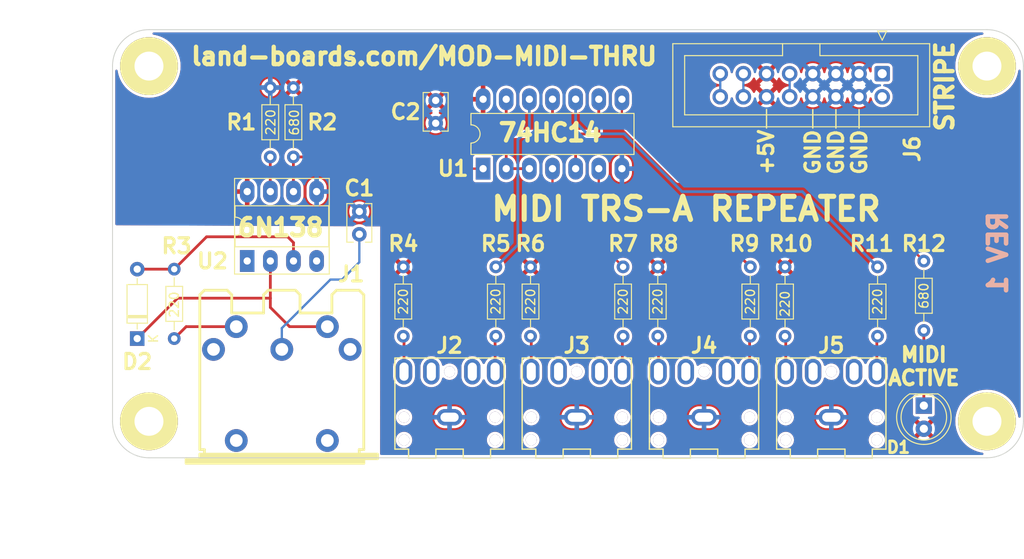
<source format=kicad_pcb>
(kicad_pcb (version 20211014) (generator pcbnew)
  (title_block (title "MOD-MIDI-THRU") (date "2022-10-06") (rev "1"))
  (layers (0 "F.Cu" signal) (31 "B.Cu" signal) (34 "B.Paste" user) (35 "F.Paste" user) (36 "B.SilkS" user "B.Silkscreen") (37 "F.SilkS" user "F.Silkscreen") (38 "B.Mask" user) (39 "F.Mask" user) (44 "Edge.Cuts" user))
  (net 0 "")
  (net 1 "GND")
  (net 2 "+5V")
  (net 3 "/MIDI_RTN")
  (net 4 "Net-(D2-Pad2)")
  (net 5 "/MIDI_1_PWR")
  (net 6 "/MIDI_1_OUT")
  (net 9 "/MIDI_2_PWR")
  (net 10 "Net-(R1-Pad1)")
  (net 11 "/MIDI_IN")
  (net 12 "/RXD")
  (net 13 "Net-(D1-Pad1)")
  (net 15 "Net-(C1-Pad1)")
  (net 17 "/MIDI_2_OUT")
  (net 18 "/MIDI_3_PWR")
  (net 19 "/MIDI_3_OUT")
  (net 20 "/MIDI_4_PWR")
  (net 21 "Net-(R5-Pad1)")
  (net 22 "Net-(R7-Pad1)")
  (net 23 "/MIDI_4_OUT")
  (net 24 "Net-(U1-Pad11)")
  (net 25 "Net-(R9-Pad1)")
  (net 26 "Net-(R11-Pad1)")
  (net 27 "Net-(R12-Pad1)")
  (net 30 "+12V")
  (net 31 "/CV_OUT")
  (net 32 "/GATE_OUT")
  (footprint "Resistor_THT:R_Axial_DIN0204_L3.6mm_D1.6mm_P7.62mm_Horizontal" (layer "F.Cu") (at 149.86 66.04 -90)
    (fp_text reference "R8" (at -2.54 -0.635 180) (layer "F.SilkS") (effects (font (size 1.651 1.651) (thickness 0.34925))))
    (fp_text value "220" (at 3.81 0 90) (layer "F.SilkS"))
    (fp_line (start 1.89 0.92) (end 5.73 0.92) (layer "F.SilkS") (width 0.12))
    (fp_line (start 1.89 -0.92) (end 1.89 0.92) (layer "F.SilkS") (width 0.12))
    (fp_line (start 5.73 0.92) (end 5.73 -0.92) (layer "F.SilkS") (width 0.12))
    (fp_line (start 6.68 0) (end 5.73 0) (layer "F.SilkS") (width 0.12))
    (fp_line (start 0.94 0) (end 1.89 0) (layer "F.SilkS") (width 0.12))
    (fp_line (start 5.73 -0.92) (end 1.89 -0.92) (layer "F.SilkS") (width 0.12))
    (pad "1" thru_hole circle (at 0 0 270) (size 1.4 1.4) (drill 0.7) (layers *.Cu *.Mask) (net 2 "+5V"))
    (pad "2" thru_hole oval (at 7.62 0 270) (size 1.4 1.4) (drill 0.7) (layers *.Cu *.Mask) (net 18 "/MIDI_3_PWR"))
  )
  (footprint "LandBoards_MountHoles:MTG-4-40" (layer "F.Cu") (at 94 83)
    (fp_text reference "MTG1" hide)
    (fp_text value "MountingHole" hide)
    (pad "1" thru_hole circle locked (at 0 0) (size 6.35 6.35) (drill 3.175) (layers *.Cu *.Mask "F.SilkS"))
  )
  (footprint "Resistor_THT:R_Axial_DIN0204_L3.6mm_D1.6mm_P7.62mm_Horizontal" (layer "F.Cu") (at 135.89 66.04 -90)
    (fp_text reference "R6" (at -2.54 0 180) (layer "F.SilkS") (effects (font (size 1.651 1.651) (thickness 0.34925))))
    (fp_text value "220" (at 3.81 0 90) (layer "F.SilkS"))
    (fp_line (start 1.89 -0.92) (end 1.89 0.92) (layer "F.SilkS") (width 0.12))
    (fp_line (start 0.94 0) (end 1.89 0) (layer "F.SilkS") (width 0.12))
    (fp_line (start 6.68 0) (end 5.73 0) (layer "F.SilkS") (width 0.12))
    (fp_line (start 5.73 0.92) (end 5.73 -0.92) (layer "F.SilkS") (width 0.12))
    (fp_line (start 5.73 -0.92) (end 1.89 -0.92) (layer "F.SilkS") (width 0.12))
    (fp_line (start 1.89 0.92) (end 5.73 0.92) (layer "F.SilkS") (width 0.12))
    (pad "1" thru_hole circle (at 0 0 270) (size 1.4 1.4) (drill 0.7) (layers *.Cu *.Mask) (net 2 "+5V"))
    (pad "2" thru_hole oval (at 7.62 0 270) (size 1.4 1.4) (drill 0.7) (layers *.Cu *.Mask) (net 9 "/MIDI_2_PWR"))
  )
  (footprint "LandBoards_Conns:Jack_3.5mm_CUI_SJ1-3523N_Horizontal" (layer "F.Cu") (at 168.91 82.55 180)
    (fp_text reference "J5" (at 0 7.874) (layer "F.SilkS") (effects (font (size 1.651 1.651) (thickness 0.34925))))
    (fp_text value "AudioJack3" hide)
    (fp_line (start -1.5 -4.5) (end -1.5 -3.5) (layer "F.SilkS") (width 0.15))
    (fp_line (start -4.5 -4.5) (end -1.5 -4.5) (layer "F.SilkS") (width 0.15))
    (fp_line (start 4.5 -4.5) (end 1.5 -4.5) (layer "F.SilkS") (width 0.15))
    (fp_line (start -6 6.5) (end 6 6.5) (layer "F.SilkS") (width 0.15))
    (fp_line (start 1.5 -4.5) (end 1.5 -3.5) (layer "F.SilkS") (width 0.15))
    (fp_line (start -1.5 -3.5) (end 1.5 -3.5) (layer "F.SilkS") (width 0.15))
    (fp_line (start -4.5 -3.5) (end -4.5 -4.5) (layer "F.SilkS") (width 0.15))
    (fp_line (start -4.5 -3.5) (end -6 -3.5) (layer "F.SilkS") (width 0.15))
    (fp_line (start 6 6.5) (end 6 -3.5) (layer "F.SilkS") (width 0.15))
    (fp_line (start 4.5 -3.5) (end 4.5 -4.5) (layer "F.SilkS") (width 0.15))
    (fp_line (start -6 6.5) (end -6 -3.5) (layer "F.SilkS") (width 0.15))
    (fp_line (start 4.5 -3.5) (end 6 -3.5) (layer "F.SilkS") (width 0.15))
    (pad "90" thru_hole circle (at -5 0 180) (size 1.2 1.2) (drill 1.2) (layers *.Cu *.Mask))
    (pad "90" thru_hole circle (at 5 -2.5 180) (size 1.2 1.2) (drill 1.2) (layers *.Cu *.Mask))
    (pad "90" thru_hole circle (at -5 -2.5 180) (size 1.2 1.2) (drill 1.2) (layers *.Cu *.Mask))
    (pad "90" thru_hole circle (at 0 5 180) (size 1.2 1.2) (drill 1.2) (layers *.Cu *.Mask))
    (pad "90" thru_hole circle (at 5 0 180) (size 1.2 1.2) (drill 1.2) (layers *.Cu *.Mask))
    (pad "R" thru_hole oval (at 5 5 270) (size 2.8 1.8) (drill oval 2 1) (layers *.Cu *.Mask) (net 20 "/MIDI_4_PWR"))
    (pad "RN" thru_hole oval (at 2 5 270) (size 2.8 1.8) (drill oval 2 1) (layers *.Cu *.Mask))
    (pad "S" thru_hole oval (at 0 0 180) (size 2.8 1.8) (drill oval 2 1) (layers *.Cu *.Mask) (net 1 "GND"))
    (pad "T" thru_hole oval (at -5 5 270) (size 2.8 1.8) (drill oval 2 1) (layers *.Cu *.Mask) (net 23 "/MIDI_4_OUT"))
    (pad "TN" thru_hole oval (at -2.5 5 270) (size 2.8 1.8) (drill oval 2 1) (layers *.Cu *.Mask))
  )
  (footprint "Resistor_THT:R_Axial_DIN0204_L3.6mm_D1.6mm_P7.62mm_Horizontal" (layer "F.Cu") (at 146.05 66.04 -90)
    (fp_text reference "R7" (at -2.54 0 -180) (layer "F.SilkS") (effects (font (size 1.651 1.651) (thickness 0.34925))))
    (fp_text value "220" (at 3.81 0 -270) (layer "F.SilkS"))
    (fp_line (start 5.73 -0.92) (end 1.89 -0.92) (layer "F.SilkS") (width 0.12))
    (fp_line (start 1.89 0.92) (end 5.73 0.92) (layer "F.SilkS") (width 0.12))
    (fp_line (start 0.94 0) (end 1.89 0) (layer "F.SilkS") (width 0.12))
    (fp_line (start 5.73 0.92) (end 5.73 -0.92) (layer "F.SilkS") (width 0.12))
    (fp_line (start 6.68 0) (end 5.73 0) (layer "F.SilkS") (width 0.12))
    (fp_line (start 1.89 -0.92) (end 1.89 0.92) (layer "F.SilkS") (width 0.12))
    (pad "1" thru_hole circle (at 0 0 270) (size 1.4 1.4) (drill 0.7) (layers *.Cu *.Mask) (net 22 "Net-(R7-Pad1)"))
    (pad "2" thru_hole oval (at 7.62 0 270) (size 1.4 1.4) (drill 0.7) (layers *.Cu *.Mask) (net 17 "/MIDI_2_OUT"))
  )
  (footprint "LandBoards_Conns:Jack_3.5mm_CUI_SJ1-3523N_Horizontal" (layer "F.Cu") (at 154.94 82.55 180)
    (fp_text reference "J4" (at 0 7.874) (layer "F.SilkS") (effects (font (size 1.651 1.651) (thickness 0.34925))))
    (fp_text value "AudioJack3" hide)
    (fp_line (start 4.5 -3.5) (end 6 -3.5) (layer "F.SilkS") (width 0.15))
    (fp_line (start -4.5 -4.5) (end -1.5 -4.5) (layer "F.SilkS") (width 0.15))
    (fp_line (start -4.5 -3.5) (end -4.5 -4.5) (layer "F.SilkS") (width 0.15))
    (fp_line (start -4.5 -3.5) (end -6 -3.5) (layer "F.SilkS") (width 0.15))
    (fp_line (start 4.5 -3.5) (end 4.5 -4.5) (layer "F.SilkS") (width 0.15))
    (fp_line (start 6 6.5) (end 6 -3.5) (layer "F.SilkS") (width 0.15))
    (fp_line (start 1.5 -4.5) (end 1.5 -3.5) (layer "F.SilkS") (width 0.15))
    (fp_line (start -6 6.5) (end 6 6.5) (layer "F.SilkS") (width 0.15))
    (fp_line (start -6 6.5) (end -6 -3.5) (layer "F.SilkS") (width 0.15))
    (fp_line (start 4.5 -4.5) (end 1.5 -4.5) (layer "F.SilkS") (width 0.15))
    (fp_line (start -1.5 -4.5) (end -1.5 -3.5) (layer "F.SilkS") (width 0.15))
    (fp_line (start -1.5 -3.5) (end 1.5 -3.5) (layer "F.SilkS") (width 0.15))
    (pad "90" thru_hole circle (at -5 0 180) (size 1.2 1.2) (drill 1.2) (layers *.Cu *.Mask))
    (pad "90" thru_hole circle (at 0 5 180) (size 1.2 1.2) (drill 1.2) (layers *.Cu *.Mask))
    (pad "90" thru_hole circle (at 5 -2.5 180) (size 1.2 1.2) (drill 1.2) (layers *.Cu *.Mask))
    (pad "90" thru_hole circle (at -5 -2.5 180) (size 1.2 1.2) (drill 1.2) (layers *.Cu *.Mask))
    (pad "90" thru_hole circle (at 5 0 180) (size 1.2 1.2) (drill 1.2) (layers *.Cu *.Mask))
    (pad "R" thru_hole oval (at 5 5 270) (size 2.8 1.8) (drill oval 2 1) (layers *.Cu *.Mask) (net 18 "/MIDI_3_PWR"))
    (pad "RN" thru_hole oval (at 2 5 270) (size 2.8 1.8) (drill oval 2 1) (layers *.Cu *.Mask))
    (pad "S" thru_hole oval (at 0 0 180) (size 2.8 1.8) (drill oval 2 1) (layers *.Cu *.Mask) (net 1 "GND"))
    (pad "T" thru_hole oval (at -5 5 270) (size 2.8 1.8) (drill oval 2 1) (layers *.Cu *.Mask) (net 19 "/MIDI_3_OUT"))
    (pad "TN" thru_hole oval (at -2.5 5 270) (size 2.8 1.8) (drill oval 2 1) (layers *.Cu *.Mask))
  )
  (footprint "Resistor_THT:R_Axial_DIN0204_L3.6mm_D1.6mm_P7.62mm_Horizontal" (layer "F.Cu") (at 121.92 66.04 -90)
    (fp_text reference "R4" (at -2.54 0 180) (layer "F.SilkS") (effects (font (size 1.651 1.651) (thickness 0.34925))))
    (fp_text value "220" (at 3.81 0 90) (layer "F.SilkS"))
    (fp_line (start 0.94 0) (end 1.89 0) (layer "F.SilkS") (width 0.12))
    (fp_line (start 1.89 0.92) (end 5.73 0.92) (layer "F.SilkS") (width 0.12))
    (fp_line (start 5.73 -0.92) (end 1.89 -0.92) (layer "F.SilkS") (width 0.12))
    (fp_line (start 1.89 -0.92) (end 1.89 0.92) (layer "F.SilkS") (width 0.12))
    (fp_line (start 5.73 0.92) (end 5.73 -0.92) (layer "F.SilkS") (width 0.12))
    (fp_line (start 6.68 0) (end 5.73 0) (layer "F.SilkS") (width 0.12))
    (pad "1" thru_hole circle (at 0 0 270) (size 1.4 1.4) (drill 0.7) (layers *.Cu *.Mask) (net 2 "+5V"))
    (pad "2" thru_hole oval (at 7.62 0 270) (size 1.4 1.4) (drill 0.7) (layers *.Cu *.Mask) (net 5 "/MIDI_1_PWR"))
  )
  (footprint "Package_DIP:DIP-14_W7.62mm_LongPads" (layer "F.Cu") (at 130.6805 55.26 90)
    (fp_text reference "U1" (at 0.015 -3.297) (layer "F.SilkS") (effects (font (size 1.651 1.651) (thickness 0.34925))))
    (fp_text value "74HC14")
    (fp_line (start 6.06 -1.33) (end 4.81 -1.33) (layer "F.SilkS") (width 0.12))
    (fp_line (start 2.81 -1.33) (end 1.56 -1.33) (layer "F.SilkS") (width 0.12))
    (fp_line (start 1.56 16.57) (end 6.06 16.57) (layer "F.SilkS") (width 0.12))
    (fp_line (start 6.06 16.57) (end 6.06 -1.33) (layer "F.SilkS") (width 0.12))
    (fp_line (start 1.56 -1.33) (end 1.56 16.57) (layer "F.SilkS") (width 0.12))
    (fp_arc (start 4.81 -1.33) (mid 3.81 -0.33) (end 2.81 -1.33) (layer "F.SilkS") (width 0.12))
    (pad "1" thru_hole rect (at 0 0 90) (size 2.4 1.6) (drill 0.8) (layers *.Cu *.Mask) (net 12 "/RXD"))
    (pad "2" thru_hole oval (at 0 2.54 90) (size 2.4 1.6) (drill 0.8) (layers *.Cu *.Mask) (net 24 "Net-(U1-Pad11)"))
    (pad "3" thru_hole oval (at 0 5.08 90) (size 2.4 1.6) (drill 0.8) (layers *.Cu *.Mask) (net 24 "Net-(U1-Pad11)"))
    (pad "4" thru_hole oval (at 0 7.62 90) (size 2.4 1.6) (drill 0.8) (layers *.Cu *.Mask) (net 22 "Net-(R7-Pad1)"))
    (pad "5" thru_hole oval (at 0 10.16 90) (size 2.4 1.6) (drill 0.8) (layers *.Cu *.Mask) (net 24 "Net-(U1-Pad11)"))
    (pad "6" thru_hole oval (at 0 12.7 90) (size 2.4 1.6) (drill 0.8) (layers *.Cu *.Mask) (net 25 "Net-(R9-Pad1)"))
    (pad "7" thru_hole oval (at 0 15.24 90) (size 2.4 1.6) (drill 0.8) (layers *.Cu *.Mask) (net 1 "GND"))
    (pad "8" thru_hole oval (at 7.62 15.24 90) (size 2.4 1.6) (drill 0.8) (layers *.Cu *.Mask) (net 27 "Net-(R12-Pad1)"))
    (pad "9" thru_hole oval (at 7.62 12.7 90) (size 2.4 1.6) (drill 0.8) (layers *.Cu *.Mask) (net 24 "Net-(U1-Pad11)"))
    (pad "10" thru_hole oval (at 7.62 10.16 90) (size 2.4 1.6) (drill 0.8) (layers *.Cu *.Mask) (net 26 "Net-(R11-Pad1)"))
    (pad "11" thru_hole oval (at 7.62 7.62 90) (size 2.4 1.6) (drill 0.8) (layers *.Cu *.Mask) (net 24 "Net-(U1-Pad11)"))
    (pad "12" thru_hole oval (at 7.62 5.08 90) (size 2.4 1.6) (drill 0.8) (layers *.Cu *.Mask) (net 21 "Net-(R5-Pad1)"))
    (pad "13" thru_hole oval (at 7.62 2.54 90) (size 2.4 1.6) (drill 0.8) (layers *.Cu *.Mask) (net 24 "Net-(U1-Pad11)"))
    (pad "14" thru_hole oval (at 7.62 0 90) (size 2.4 1.6) (drill 0.8) (layers *.Cu *.Mask) (net 2 "+5V"))
  )
  (footprint "Resistor_THT:R_Axial_DIN0204_L3.6mm_D1.6mm_P7.62mm_Horizontal" (layer "F.Cu") (at 173.99 66.04 -90)
    (fp_text reference "R11" (at -2.54 0.635 -180) (layer "F.SilkS") (effects (font (size 1.651 1.651) (thickness 0.34925))))
    (fp_text value "220" (at 3.81 0 -270) (layer "F.SilkS"))
    (fp_line (start 5.73 -0.92) (end 1.89 -0.92) (layer "F.SilkS") (width 0.12))
    (fp_line (start 1.89 -0.92) (end 1.89 0.92) (layer "F.SilkS") (width 0.12))
    (fp_line (start 0.94 0) (end 1.89 0) (layer "F.SilkS") (width 0.12))
    (fp_line (start 5.73 0.92) (end 5.73 -0.92) (layer "F.SilkS") (width 0.12))
    (fp_line (start 6.68 0) (end 5.73 0) (layer "F.SilkS") (width 0.12))
    (fp_line (start 1.89 0.92) (end 5.73 0.92) (layer "F.SilkS") (width 0.12))
    (pad "1" thru_hole circle (at 0 0 270) (size 1.4 1.4) (drill 0.7) (layers *.Cu *.Mask) (net 26 "Net-(R11-Pad1)"))
    (pad "2" thru_hole oval (at 7.62 0 270) (size 1.4 1.4) (drill 0.7) (layers *.Cu *.Mask) (net 23 "/MIDI_4_OUT"))
  )
  (footprint "Capacitor_THT:C_Rect_L4.0mm_W2.5mm_P2.50mm" (layer "F.Cu") (at 117.094 62.464 90)
    (fp_text reference "C1" (at 5.06 0 180) (layer "F.SilkS") (effects (font (size 1.651 1.651) (thickness 0.34925))))
    (fp_text value "0.1uF")
    (fp_line (start -0.87 -1.37) (end -0.87 -0.665) (layer "F.SilkS") (width 0.12))
    (fp_line (start -0.87 1.37) (end 3.37 1.37) (layer "F.SilkS") (width 0.12))
    (fp_line (start -0.87 0.665) (end -0.87 1.37) (layer "F.SilkS") (width 0.12))
    (fp_line (start -0.87 -1.37) (end 3.37 -1.37) (layer "F.SilkS") (width 0.12))
    (fp_line (start 3.37 0.665) (end 3.37 1.37) (layer "F.SilkS") (width 0.12))
    (fp_line (start 3.37 -1.37) (end 3.37 -0.665) (layer "F.SilkS") (width 0.12))
    (pad "1" thru_hole circle (at 0 0 90) (size 1.6 1.6) (drill 0.8) (layers *.Cu *.Mask) (net 15 "Net-(C1-Pad1)"))
    (pad "2" thru_hole circle (at 2.5 0 90) (size 1.6 1.6) (drill 0.8) (layers *.Cu *.Mask) (net 1 "GND"))
  )
  (footprint "Resistor_THT:R_Axial_DIN0204_L3.6mm_D1.6mm_P7.62mm_Horizontal" (layer "F.Cu") (at 132.08 66.04 -90)
    (fp_text reference "R5" (at -2.54 0 -180) (layer "F.SilkS") (effects (font (size 1.651 1.651) (thickness 0.34925))))
    (fp_text value "220" (at 3.81 0 -270) (layer "F.SilkS"))
    (fp_line (start 5.73 -0.92) (end 1.89 -0.92) (layer "F.SilkS") (width 0.12))
    (fp_line (start 5.73 0.92) (end 5.73 -0.92) (layer "F.SilkS") (width 0.12))
    (fp_line (start 1.89 0.92) (end 5.73 0.92) (layer "F.SilkS") (width 0.12))
    (fp_line (start 1.89 -0.92) (end 1.89 0.92) (layer "F.SilkS") (width 0.12))
    (fp_line (start 0.94 0) (end 1.89 0) (layer "F.SilkS") (width 0.12))
    (fp_line (start 6.68 0) (end 5.73 0) (layer "F.SilkS") (width 0.12))
    (pad "1" thru_hole circle (at 0 0 270) (size 1.4 1.4) (drill 0.7) (layers *.Cu *.Mask) (net 21 "Net-(R5-Pad1)"))
    (pad "2" thru_hole oval (at 7.62 0 270) (size 1.4 1.4) (drill 0.7) (layers *.Cu *.Mask) (net 6 "/MIDI_1_OUT"))
  )
  (footprint "Resistor_THT:R_Axial_DIN0204_L3.6mm_D1.6mm_P7.62mm_Horizontal" (layer "F.Cu") (at 96.774 66.294 -90)
    (fp_text reference "R3" (at -2.54 -0.254) (layer "F.SilkS") (effects (font (size 1.651 1.651) (thickness 0.34925))))
    (fp_text value "220" (at 3.8862 0 90) (layer "F.SilkS"))
    (fp_line (start 6.68 0) (end 5.73 0) (layer "F.SilkS") (width 0.12))
    (fp_line (start 5.73 0.92) (end 5.73 -0.92) (layer "F.SilkS") (width 0.12))
    (fp_line (start 1.89 -0.92) (end 1.89 0.92) (layer "F.SilkS") (width 0.12))
    (fp_line (start 5.73 -0.92) (end 1.89 -0.92) (layer "F.SilkS") (width 0.12))
    (fp_line (start 0.94 0) (end 1.89 0) (layer "F.SilkS") (width 0.12))
    (fp_line (start 1.89 0.92) (end 5.73 0.92) (layer "F.SilkS") (width 0.12))
    (pad "1" thru_hole circle (at 0 0 270) (size 1.4 1.4) (drill 0.7) (layers *.Cu *.Mask) (net 4 "Net-(D2-Pad2)"))
    (pad "2" thru_hole oval (at 7.62 0 270) (size 1.4 1.4) (drill 0.7) (layers *.Cu *.Mask) (net 3 "/MIDI_RTN"))
  )
  (footprint "LED_THT:LED_D5.0mm" (layer "F.Cu") (at 179.07 81.275 -90)
    (fp_text reference "D1" (at 4.577 2.794) (layer "F.SilkS") (effects (font (size 1.27 1.27) (thickness 0.3175))))
    (fp_text value "LED")
    (fp_line (start -1.29 -1.545) (end -1.29 1.545) (layer "F.SilkS") (width 0.12))
    (fp_arc (start 4.26 -0.000462) (mid 2.072002 2.880433) (end -1.29 1.54483) (layer "F.SilkS") (width 0.12))
    (fp_arc (start -1.29 -1.54483) (mid 2.072002 -2.880433) (end 4.26 0.000462) (layer "F.SilkS") (width 0.12))
    (fp_circle (center 1.27 0) (end 3.77 0) (layer "F.SilkS") (width 0.12) (fill none))
    (pad "1" thru_hole rect (at 0 0 270) (size 1.8 1.8) (drill 0.9) (layers *.Cu *.Mask) (net 13 "Net-(D1-Pad1)"))
    (pad "2" thru_hole circle (at 2.54 0 270) (size 1.8 1.8) (drill 0.9) (layers *.Cu *.Mask) (net 2 "+5V"))
  )
  (footprint "Resistor_THT:R_Axial_DIN0204_L3.6mm_D1.6mm_P7.62mm_Horizontal" (layer "F.Cu") (at 160.02 66.04 -90)
    (fp_text reference "R9" (at -2.54 0.635 -180) (layer "F.SilkS") (effects (font (size 1.651 1.651) (thickness 0.34925))))
    (fp_text value "220" (at 3.81 0 -270) (layer "F.SilkS"))
    (fp_line (start 6.68 0) (end 5.73 0) (layer "F.SilkS") (width 0.12))
    (fp_line (start 0.94 0) (end 1.89 0) (layer "F.SilkS") (width 0.12))
    (fp_line (start 1.89 0.92) (end 5.73 0.92) (layer "F.SilkS") (width 0.12))
    (fp_line (start 5.73 0.92) (end 5.73 -0.92) (layer "F.SilkS") (width 0.12))
    (fp_line (start 1.89 -0.92) (end 1.89 0.92) (layer "F.SilkS") (width 0.12))
    (fp_line (start 5.73 -0.92) (end 1.89 -0.92) (layer "F.SilkS") (width 0.12))
    (pad "1" thru_hole circle (at 0 0 270) (size 1.4 1.4) (drill 0.7) (layers *.Cu *.Mask) (net 25 "Net-(R9-Pad1)"))
    (pad "2" thru_hole oval (at 7.62 0 270) (size 1.4 1.4) (drill 0.7) (layers *.Cu *.Mask) (net 19 "/MIDI_3_OUT"))
  )
  (footprint "LandBoards_MountHoles:MTG-4-40" (layer "F.Cu") (at 94 44)
    (fp_text reference "MTG3" hide)
    (fp_text value "MountingHole" hide)
    (pad "1" thru_hole circle locked (at 0 0) (size 6.35 6.35) (drill 3.175) (layers *.Cu *.Mask "F.SilkS"))
  )
  (footprint "Diode_THT:D_DO-35_SOD27_P7.62mm_Horizontal" (layer "F.Cu") (at 92.71 73.914 90)
    (fp_text reference "D2" (at -2.54 0) (layer "F.SilkS") (effects (font (size 1.651 1.651) (thickness 0.34925))))
    (fp_text value "1N914")
    (fp_text user "K" (at 0 1.778 90) (layer "F.SilkS"))
    (fp_line (start 5.93 -1.12) (end 1.69 -1.12) (layer "F.SilkS") (width 0.12))
    (fp_line (start 2.29 -1.12) (end 2.29 1.12) (layer "F.SilkS") (width 0.12))
    (fp_line (start 5.93 1.12) (end 5.93 -1.12) (layer "F.SilkS") (width 0.12))
    (fp_line (start 1.69 -1.12) (end 1.69 1.12) (layer "F.SilkS") (width 0.12))
    (fp_line (start 2.41 -1.12) (end 2.41 1.12) (layer "F.SilkS") (width 0.12))
    (fp_line (start 6.58 0) (end 5.93 0) (layer "F.SilkS") (width 0.12))
    (fp_line (start 1.04 0) (end 1.69 0) (layer "F.SilkS") (width 0.12))
    (fp_line (start 1.69 1.12) (end 5.93 1.12) (layer "F.SilkS") (width 0.12))
    (fp_line (start 2.53 -1.12) (end 2.53 1.12) (layer "F.SilkS") (width 0.12))
    (pad "1" thru_hole rect (at 0 0 90) (size 1.6 1.6) (drill 0.8) (layers *.Cu *.Mask) (net 11 "/MIDI_IN"))
    (pad "2" thru_hole oval (at 7.62 0 90) (size 1.6 1.6) (drill 0.8) (layers *.Cu *.Mask) (net 4 "Net-(D2-Pad2)"))
  )
  (footprint "Connector_IDC:IDC-Header_2x08_P2.54mm_Vertical" (layer "F.Cu") (at 174.498 44.831 -90)
    (fp_text reference "J6" (at 8.255 -3.302 -90) (layer "F.SilkS") (effects (font (size 1.651 1.651) (thickness 0.34925))))
    (fp_text value "Conn_02x08_Odd_Even")
    (fp_line (start -3.68 0) (end -4.68 -0.5) (layer "F.SilkS") (width 0.12))
    (fp_line (start -4.68 -0.5) (end -4.68 0.5) (layer "F.SilkS") (width 0.12))
    (fp_line (start 4.52 21.69) (end -1.98 21.69) (layer "F.SilkS") (width 0.12))
    (fp_line (start 4.52 -3.91) (end 4.52 21.69) (layer "F.SilkS") (width 0.12))
    (fp_line (start -1.98 -3.91) (end 4.52 -3.91) (layer "F.SilkS") (width 0.12))
    (fp_line (start -1.98 10.94) (end -3.29 10.94) (layer "F.SilkS") (width 0.12))
    (fp_line (start -1.98 21.69) (end -1.98 10.94) (layer "F.SilkS") (width 0.12))
    (fp_line (start -1.98 6.84) (end -1.98 -3.91) (layer "F.SilkS") (width 0.12))
    (fp_line (start 5.83 -5.21) (end 5.83 22.99) (layer "F.SilkS") (width 0.12))
    (fp_line (start -1.98 10.94) (end -1.98 10.94) (layer "F.SilkS") (width 0.12))
    (fp_line (start 5.83 22.99) (end -3.29 22.99) (layer "F.SilkS") (width 0.12))
    (fp_line (start -3.29 6.84) (end -1.98 6.84) (layer "F.SilkS") (width 0.12))
    (fp_line (start -4.68 0.5) (end -3.68 0) (layer "F.SilkS") (width 0.12))
    (fp_line (start -3.29 22.99) (end -3.29 -5.21) (layer "F.SilkS") (width 0.12))
    (fp_line (start -3.29 -5.21) (end 5.83 -5.21) (layer "F.SilkS") (width 0.12))
    (pad "1" thru_hole roundrect (at 0 0 270) (size 1.7 1.7) (drill 1) (layers *.Cu *.Mask) (roundrect_rratio 0.1470588235))
    (pad "2" thru_hole circle (at 2.54 0 270) (size 1.7 1.7) (drill 1) (layers *.Cu *.Mask))
    (pad "3" thru_hole circle (at 0 2.54 270) (size 1.7 1.7) (drill 1) (layers *.Cu *.Mask) (net 1 "GND"))
    (pad "4" thru_hole circle (at 2.54 2.54 270) (size 1.7 1.7) (drill 1) (layers *.Cu *.Mask) (net 1 "GND"))
    (pad "5" thru_hole circle (at 0 5.08 270) (size 1.7 1.7) (drill 1) (layers *.Cu *.Mask) (net 1 "GND"))
    (pad "6" thru_hole circle (at 2.54 5.08 270) (size 1.7 1.7) (drill 1) (layers *.Cu *.Mask) (net 1 "GND"))
    (pad "7" thru_hole circle (at 0 7.62 270) (size 1.7 1.7) (drill 1) (layers *.Cu *.Mask) (net 1 "GND"))
    (pad "8" thru_hole circle (at 2.54 7.62 270) (size 1.7 1.7) (drill 1) (layers *.Cu *.Mask) (net 1 "GND"))
    (pad "9" thru_hole circle (at 0 10.16 270) (size 1.7 1.7) (drill 1) (layers *.Cu *.Mask) (net 30 "+12V"))
    (pad "10" thru_hole circle (at 2.54 10.16 270) (size 1.7 1.7) (drill 1) (layers *.Cu *.Mask) (net 30 "+12V"))
    (pad "11" thru_hole circle (at 0 12.7 270) (size 1.7 1.7) (drill 1) (layers *.Cu *.Mask) (net 2 "+5V"))
    (pad "12" thru_hole circle (at 2.54 12.7 270) (size 1.7 1.7) (drill 1) (layers *.Cu *.Mask) (net 2 "+5V"))
    (pad "13" thru_hole circle (at 0 15.24 270) (size 1.7 1.7) (drill 1) (layers *.Cu *.Mask) (net 31 "/CV_OUT"))
    (pad "14" thru_hole circle (at 2.54 15.24 270) (size 1.7 1.7) (drill 1) (layers *.Cu *.Mask) (net 31 "/CV_OUT"))
    (pad "15" thru_hole circle (at 0 17.78 270) (size 1.7 1.7) (drill 1) (layers *.Cu *.Mask) (net 32 "/GATE_OUT"))
    (pad "16" thru_hole circle (at 2.54 17.78 270) (size 1.7 1.7) (drill 1) (layers *.Cu *.Mask) (net 32 "/GATE_OUT"))
  )
  (footprint "Resistor_THT:R_Axial_DIN0204_L3.6mm_D1.6mm_P7.62mm_Horizontal" (layer "F.Cu") (at 163.83 66.04 -90)
    (fp_text reference "R10" (at -2.54 -0.635 180) (layer "F.SilkS") (effects (font (size 1.651 1.651) (thickness 0.34925))))
    (fp_text value "220" (at 4.064 0 90) (layer "F.SilkS"))
    (fp_line (start 1.89 0.92) (end 5.73 0.92) (layer "F.SilkS") (width 0.12))
    (fp_line (start 0.94 0) (end 1.89 0) (layer "F.SilkS") (width 0.12))
    (fp_line (start 5.73 -0.92) (end 1.89 -0.92) (layer "F.SilkS") (width 0.12))
    (fp_line (start 5.73 0.92) (end 5.73 -0.92) (layer "F.SilkS") (width 0.12))
    (fp_line (start 1.89 -0.92) (end 1.89 0.92) (layer "F.SilkS") (width 0.12))
    (fp_line (start 6.68 0) (end 5.73 0) (layer "F.SilkS") (width 0.12))
    (pad "1" thru_hole circle (at 0 0 270) (size 1.4 1.4) (drill 0.7) (layers *.Cu *.Mask) (net 2 "+5V"))
    (pad "2" thru_hole oval (at 7.62 0 270) (size 1.4 1.4) (drill 0.7) (layers *.Cu *.Mask) (net 20 "/MIDI_4_PWR"))
  )
  (footprint "LandBoards_Conns:MIDI_DIN-5" (layer "F.Cu") (at 108.585 78.105)
    (fp_text reference "J1" (at 7.62 -11.27) (layer "F.SilkS") (effects (font (size 1.651 1.651) (thickness 0.34925))))
    (fp_text value "DIN-5" hide)
    (fp_line (start 8.49884 -9.4996) (end 6.49986 -9.4996) (layer "F.SilkS") (width 0.3048))
    (fp_line (start -10.50036 9.4996) (end -10.50036 8.99922) (layer "F.SilkS") (width 0.3048))
    (fp_line (start -10.50036 8.99922) (end -8.99922 8.99922) (layer "F.SilkS") (width 0.3048))
    (fp_line (start 8.99922 -8.99922) (end 8.99922 8.001) (layer "F.SilkS") (width 0.3048))
    (fp_line (start -5.99948 -9.4996) (end -5.4991 -8.99922) (layer "F.SilkS") (width 0.3048))
    (fp_line (start -8.49884 -9.4996) (end -5.99948 -9.4996) (layer "F.SilkS") (width 0.3048))
    (fp_line (start 1.50114 -9.4996) (end 1.99898 -8.99922) (layer "F.SilkS") (width 0.3048))
    (fp_line (start -1.99898 -8.99922) (end -1.99898 -7.00024) (layer "F.SilkS") (width 0.3048))
    (fp_line (start 8.99922 8.99922) (end -8.99922 8.99922) (layer "F.SilkS") (width 0.3048))
    (fp_line (start -8.99922 -8.99922) (end -8.49884 -9.4996) (layer "F.SilkS") (width 0.3048))
    (fp_line (start 10.50036 8.49884) (end 10.50036 8.99922) (layer "F.SilkS") (width 0.3048))
    (fp_line (start -5.4991 -8.99922) (end -5.4991 -7.00024) (layer "F.SilkS") (width 0.3048))
    (fp_line (start -8.99922 8.99922) (end -8.99922 8.49884) (layer "F.SilkS") (width 0.3048))
    (fp_line (start -1.50114 -9.4996) (end -1.99898 -8.99922) (layer "F.SilkS") (width 0.3048))
    (fp_line (start -5.4991 -7.00024) (end -1.99898 -7.00024) (layer "F.SilkS") (width 0.3048))
    (fp_line (start -8.99922 -8.99922) (end -8.99922 8.001) (layer "F.SilkS") (width 0.3048))
    (fp_line (start 10.50036 8.99922) (end 8.99922 8.99922) (layer "F.SilkS") (width 0.3048))
    (fp_line (start 5.4991 -8.99922) (end 5.4991 -7.00024) (layer "F.SilkS") (width 0.3048))
    (fp_line (start -8.99922 8.7503) (end 10.50036 8.7503) (layer "F.SilkS") (width 0.3048))
    (fp_line (start 8.49884 8.49884) (end 8.49884 8.001) (layer "F.SilkS") (width 0.3048))
    (fp_line (start -8.99922 8.001) (end -8.49884 8.001) (layer "F.SilkS") (width 0.3048))
    (fp_line (start 8.99922 -8.99922) (end 8.49884 -9.4996) (layer "F.SilkS") (width 0.3048))
    (fp_line (start 6.49986 -9.4996) (end 5.99948 -9.4996) (layer "F.SilkS") (width 0.3048))
    (fp_line (start 8.99922 8.001) (end 8.49884 8.001) (layer "F.SilkS") (width 0.3048))
    (fp_line (start -10.50036 9.25068) (end 8.99922 9.25068) (layer "F.SilkS") (width 0.3048))
    (fp_line (start 8.99922 8.99922) (end 8.99922 9.4996) (layer "F.SilkS") (width 0.3048))
    (fp_line (start 1.99898 -8.99922) (end 1.99898 -7.00024) (layer "F.SilkS") (width 0.3048))
    (fp_line (start 5.99948 -9.4996) (end 5.4991 -8.99922) (layer "F.SilkS") (width 0.3048))
    (fp_line (start 5.4991 -7.00024) (end 1.99898 -7.00024) (layer "F.SilkS") (width 0.3048))
    (fp_line (start -8.99922 8.49884) (end 10.50036 8.49884) (layer "F.SilkS") (width 0.3048))
    (fp_line (start -1.50114 -9.4996) (end 1.50114 -9.4996) (layer "F.SilkS") (width 0.3048))
    (fp_line (start -8.49884 8.001) (end -8.49884 8.49884) (layer "F.SilkS") (width 0.3048))
    (fp_line (start 8.99922 9.4996) (end -10.50036 9.4996) (layer "F.SilkS") (width 0.3048))
    (pad "1" thru_hole circle (at 7.5 -3) (size 2.5 2.5) (drill 1.4) (layers *.Cu *.Mask))
    (pad "2" thru_hole circle (at 0 -3) (size 2.5 2.5) (drill 1.4) (layers *.Cu *.Mask) (net 15 "Net-(C1-Pad1)"))
    (pad "3" thru_hole circle (at -7.5 -3) (size 2.5 2.5) (drill 1.4) (layers *.Cu *.Mask))
    (pad "4" thru_hole circle (at 5 -5.5) (size 2.5 2.5) (drill 1.4) (layers *.Cu *.Mask) (net 11 "/MIDI_IN"))
    (pad "5" thru_hole circle (at -5 -5.5) (size 2.5 2.5) (drill 1.4) (layers *.Cu *.Mask) (net 3 "/MIDI_RTN"))
    (pad "6" thru_hole circle (at 5 7) (size 2.5 2.5) (drill 1.4) (layers *.Cu *.Mask))
    (pad "6" thru_hole circle (at -5 7) (size 2.5 2.5) (drill 1.4) (layers *.Cu *.Mask))
  )
  (footprint "LandBoards_Conns:Jack_3.5mm_CUI_SJ1-3523N_Horizontal" (layer "F.Cu") (at 127 82.55 180)
    (fp_text reference "J2" (at 0 7.874) (layer "F.SilkS") (effects (font (size 1.651 1.651) (thickness 0.34925))))
    (fp_text value "AudioJack3" hide)
    (fp_line (start -6 6.5) (end 6 6.5) (layer "F.SilkS") (width 0.15))
    (fp_line (start -6 6.5) (end -6 -3.5) (layer "F.SilkS") (width 0.15))
    (fp_line (start 1.5 -4.5) (end 1.5 -3.5) (layer "F.SilkS") (width 0.15))
    (fp_line (start -4.5 -3.5) (end -4.5 -4.5) (layer "F.SilkS") (width 0.15))
    (fp_line (start 6 6.5) (end 6 -3.5) (layer "F.SilkS") (width 0.15))
    (fp_line (start -1.5 -3.5) (end 1.5 -3.5) (layer "F.SilkS") (width 0.15))
    (fp_line (start -4.5 -3.5) (end -6 -3.5) (layer "F.SilkS") (width 0.15))
    (fp_line (start 4.5 -3.5) (end 6 -3.5) (layer "F.SilkS") (width 0.15))
    (fp_line (start -4.5 -4.5) (end -1.5 -4.5) (layer "F.SilkS") (width 0.15))
    (fp_line (start 4.5 -4.5) (end 1.5 -4.5) (layer "F.SilkS") (width 0.15))
    (fp_line (start -1.5 -4.5) (end -1.5 -3.5) (layer "F.SilkS") (width 0.15))
    (fp_line (start 4.5 -3.5) (end 4.5 -4.5) (layer "F.SilkS") (width 0.15))
    (pad "90" thru_hole circle (at -5 0 180) (size 1.2 1.2) (drill 1.2) (layers *.Cu *.Mask))
    (pad "90" thru_hole circle (at -5 -2.5 180) (size 1.2 1.2) (drill 1.2) (layers *.Cu *.Mask))
    (pad "90" thru_hole circle (at 5 0 180) (size 1.2 1.2) (drill 1.2) (layers *.Cu *.Mask))
    (pad "90" thru_hole circle (at 0 5 180) (size 1.2 1.2) (drill 1.2) (layers *.Cu *.Mask))
    (pad "90" thru_hole circle (at 5 -2.5 180) (size 1.2 1.2) (drill 1.2) (layers *.Cu *.Mask))
    (pad "R" thru_hole oval (at 5 5 270) (size 2.8 1.8) (drill oval 2 1) (layers *.Cu *.Mask) (net 5 "/MIDI_1_PWR"))
    (pad "RN" thru_hole oval (at 2 5 270) (size 2.8 1.8) (drill oval 2 1) (layers *.Cu *.Mask))
    (pad "S" thru_hole oval (at 0 0 180) (size 2.8 1.8) (drill oval 2 1) (layers *.Cu *.Mask) (net 1 "GND"))
    (pad "T" thru_hole oval (at -5 5 270) (size 2.8 1.8) (drill oval 2 1) (layers *.Cu *.Mask) (net 6 "/MIDI_1_OUT"))
    (pad "TN" thru_hole oval (at -2.5 5 270) (size 2.8 1.8) (drill oval 2 1) (layers *.Cu *.Mask))
  )
  (footprint "LandBoards_Conns:Jack_3.5mm_CUI_SJ1-3523N_Horizontal" (layer "F.Cu") (at 140.97 82.55 180)
    (fp_text reference "J3" (at 0 7.874) (layer "F.SilkS") (effects (font (size 1.651 1.651) (thickness 0.34925))))
    (fp_text value "AudioJack3" hide)
    (fp_line (start 4.5 -3.5) (end 4.5 -4.5) (layer "F.SilkS") (width 0.15))
    (fp_line (start -4.5 -3.5) (end -4.5 -4.5) (layer "F.SilkS") (width 0.15))
    (fp_line (start -1.5 -3.5) (end 1.5 -3.5) (layer "F.SilkS") (width 0.15))
    (fp_line (start 4.5 -4.5) (end 1.5 -4.5) (layer "F.SilkS") (width 0.15))
    (fp_line (start 1.5 -4.5) (end 1.5 -3.5) (layer "F.SilkS") (width 0.15))
    (fp_line (start -6 6.5) (end -6 -3.5) (layer "F.SilkS") (width 0.15))
    (fp_line (start 4.5 -3.5) (end 6 -3.5) (layer "F.SilkS") (width 0.15))
    (fp_line (start -4.5 -3.5) (end -6 -3.5) (layer "F.SilkS") (width 0.15))
    (fp_line (start -4.5 -4.5) (end -1.5 -4.5) (layer "F.SilkS") (width 0.15))
    (fp_line (start -6 6.5) (end 6 6.5) (layer "F.SilkS") (width 0.15))
    (fp_line (start 6 6.5) (end 6 -3.5) (layer "F.SilkS") (width 0.15))
    (fp_line (start -1.5 -4.5) (end -1.5 -3.5) (layer "F.SilkS") (width 0.15))
    (pad "90" thru_hole circle (at 5 -2.5 180) (size 1.2 1.2) (drill 1.2) (layers *.Cu *.Mask))
    (pad "90" thru_hole circle (at 5 0 180) (size 1.2 1.2) (drill 1.2) (layers *.Cu *.Mask))
    (pad "90" thru_hole circle (at -5 -2.5 180) (size 1.2 1.2) (drill 1.2) (layers *.Cu *.Mask))
    (pad "90" thru_hole circle (at 0 5 180) (size 1.2 1.2) (drill 1.2) (layers *.Cu *.Mask))
    (pad "90" thru_hole circle (at -5 0 180) (size 1.2 1.2) (drill 1.2) (layers *.Cu *.Mask))
    (pad "R" thru_hole oval (at 5 5 270) (size 2.8 1.8) (drill oval 2 1) (layers *.Cu *.Mask) (net 9 "/MIDI_2_PWR"))
    (pad "RN" thru_hole oval (at 2 5 270) (size 2.8 1.8) (drill oval 2 1) (layers *.Cu *.Mask))
    (pad "S" thru_hole oval (at 0 0 180) (size 2.8 1.8) (drill oval 2 1) (layers *.Cu *.Mask) (net 1 "GND"))
    (pad "T" thru_hole oval (at -5 5 270) (size 2.8 1.8) (drill oval 2 1) (layers *.Cu *.Mask) (net 17 "/MIDI_2_OUT"))
    (pad "TN" thru_hole oval (at -2.5 5 270) (size 2.8 1.8) (drill oval 2 1) (layers *.Cu *.Mask))
  )
  (footprint "Resistor_THT:R_Axial_DIN0204_L3.6mm_D1.6mm_P7.62mm_Horizontal" (layer "F.Cu") (at 179.07 65.405 -90)
    (fp_text reference "R12" (at -1.905 0 180) (layer "F.SilkS") (effects (font (size 1.651 1.651) (thickness 0.34925))))
    (fp_text value "680" (at 3.81 0 90) (layer "F.SilkS"))
    (fp_line (start 0.94 0) (end 1.89 0) (layer "F.SilkS") (width 0.12))
    (fp_line (start 5.73 0.92) (end 5.73 -0.92) (layer "F.SilkS") (width 0.12))
    (fp_line (start 6.68 0) (end 5.73 0) (layer "F.SilkS") (width 0.12))
    (fp_line (start 1.89 -0.92) (end 1.89 0.92) (layer "F.SilkS") (width 0.12))
    (fp_line (start 1.89 0.92) (end 5.73 0.92) (layer "F.SilkS") (width 0.12))
    (fp_line (start 5.73 -0.92) (end 1.89 -0.92) (layer "F.SilkS") (width 0.12))
    (pad "1" thru_hole circle (at 0 0 270) (size 1.4 1.4) (drill 0.7) (layers *.Cu *.Mask) (net 27 "Net-(R12-Pad1)"))
    (pad "2" thru_hole oval (at 7.62 0 270) (size 1.4 1.4) (drill 0.7) (layers *.Cu *.Mask) (net 13 "Net-(D1-Pad1)"))
  )
  (footprint "Resistor_THT:R_Axial_DIN0204_L3.6mm_D1.6mm_P7.62mm_Horizontal" (layer "F.Cu") (at 109.855 46.355 -90)
    (fp_text reference "R2" (at 3.81 -3.175 180) (layer "F.SilkS") (effects (font (size 1.651 1.651) (thickness 0.34925))))
    (fp_text value "680" (at 3.8354 -0.1016 90) (layer "F.SilkS"))
    (fp_line (start 5.73 0.92) (end 5.73 -0.92) (layer "F.SilkS") (width 0.12))
    (fp_line (start 1.89 -0.92) (end 1.89 0.92) (layer "F.SilkS") (width 0.12))
    (fp_line (start 6.68 0) (end 5.73 0) (layer "F.SilkS") (width 0.12))
    (fp_line (start 0.94 0) (end 1.89 0) (layer "F.SilkS") (width 0.12))
    (fp_line (start 5.73 -0.92) (end 1.89 -0.92) (layer "F.SilkS") (width 0.12))
    (fp_line (start 1.89 0.92) (end 5.73 0.92) (layer "F.SilkS") (width 0.12))
    (pad "1" thru_hole circle (at 0 0 270) (size 1.4 1.4) (drill 0.7) (layers *.Cu *.Mask) (net 2 "+5V"))
    (pad "2" thru_hole oval (at 7.62 0 270) (size 1.4 1.4) (drill 0.7) (layers *.Cu *.Mask) (net 12 "/RXD"))
  )
  (footprint "Resistor_THT:R_Axial_DIN0204_L3.6mm_D1.6mm_P7.62mm_Horizontal" (layer "F.Cu") (at 107.315 53.975 90)
    (fp_text reference "R1" (at 3.81 -3.175 180) (layer "F.SilkS") (effects (font (size 1.651 1.651) (thickness 0.34925))))
    (fp_text value "220" (at 3.81 0.0508 90) (layer "F.SilkS"))
    (fp_line (start 1.89 -0.92) (end 1.89 0.92) (layer "F.SilkS") (width 0.12))
    (fp_line (start 5.73 0.92) (end 5.73 -0.92) (layer "F.SilkS") (width 0.12))
    (fp_line (start 6.68 0) (end 5.73 0) (layer "F.SilkS") (width 0.12))
    (fp_line (start 1.89 0.92) (end 5.73 0.92) (layer "F.SilkS") (width 0.12))
    (fp_line (start 5.73 -0.92) (end 1.89 -0.92) (layer "F.SilkS") (width 0.12))
    (fp_line (start 0.94 0) (end 1.89 0) (layer "F.SilkS") (width 0.12))
    (pad "1" thru_hole circle (at 0 0 90) (size 1.4 1.4) (drill 0.7) (layers *.Cu *.Mask) (net 10 "Net-(R1-Pad1)"))
    (pad "2" thru_hole oval (at 7.62 0 90) (size 1.4 1.4) (drill 0.7) (layers *.Cu *.Mask) (net 1 "GND"))
  )
  (footprint "Package_DIP:DIP-8_W7.62mm_Socket_LongPads" (layer "F.Cu") (at 104.785 65.395 90)
    (fp_text reference "U2" (at -0.01 -3.82) (layer "F.SilkS") (effects (font (size 1.651 1.651) (thickness 0.34925))))
    (fp_text value "6N138")
    (fp_line (start -1.44 9.01) (end 9.06 9.01) (layer "F.SilkS") (width 0.12))
    (fp_line (start -1.44 -1.39) (end -1.44 9.01) (layer "F.SilkS") (width 0.12))
    (fp_line (start 6.06 -1.33) (end 4.81 -1.33) (layer "F.SilkS") (width 0.12))
    (fp_line (start 2.81 -1.33) (end 1.56 -1.33) (layer "F.SilkS") (width 0.12))
    (fp_line (start 6.06 8.95) (end 6.06 -1.33) (layer "F.SilkS") (width 0.12))
    (fp_line (start 9.06 9.01) (end 9.06 -1.39) (layer "F.SilkS") (width 0.12))
    (fp_line (start 1.56 8.95) (end 6.06 8.95) (layer "F.SilkS") (width 0.12))
    (fp_line (start 9.06 -1.39) (end -1.44 -1.39) (layer "F.SilkS") (width 0.12))
    (fp_line (start 1.56 -1.33) (end 1.56 8.95) (layer "F.SilkS") (width 0.12))
    (fp_arc (start 4.81 -1.33) (mid 3.81 -0.33) (end 2.81 -1.33) (layer "F.SilkS") (width 0.12))
    (pad "1" thru_hole rect (at 0 0 90) (size 2.4 1.6) (drill 0.8) (layers *.Cu *.Mask))
    (pad "2" thru_hole oval (at 0 2.54 90) (size 2.4 1.6) (drill 0.8) (layers *.Cu *.Mask) (net 11 "/MIDI_IN"))
    (pad "3" thru_hole oval (at 0 5.08 90) (size 2.4 1.6) (drill 0.8) (layers *.Cu *.Mask) (net 4 "Net-(D2-Pad2)"))
    (pad "4" thru_hole oval (at 0 7.62 90) (size 2.4 1.6) (drill 0.8) (layers *.Cu *.Mask))
    (pad "5" thru_hole oval (at 7.62 7.62 90) (size 2.4 1.6) (drill 0.8) (layers *.Cu *.Mask) (net 1 "GND"))
    (pad "6" thru_hole oval (at 7.62 5.08 90) (size 2.4 1.6) (drill 0.8) (layers *.Cu *.Mask) (net 12 "/RXD"))
    (pad "7" thru_hole oval (at 7.62 2.54 90) (size 2.4 1.6) (drill 0.8) (layers *.Cu *.Mask) (net 10 "Net-(R1-Pad1)"))
    (pad "8" thru_hole oval (at 7.62 0 90) (size 2.4 1.6) (drill 0.8) (layers *.Cu *.Mask) (net 2 "+5V"))
  )
  (footprint "LandBoards_MountHoles:MTG-4-40" (layer "F.Cu") (at 186 83)
    (fp_text reference "MTG2" hide)
    (fp_text value "MountingHole" hide)
    (pad "1" thru_hole circle locked (at 0 0) (size 6.35 6.35) (drill 3.175) (layers *.Cu *.Mask "F.SilkS"))
  )
  (footprint "LandBoards_MountHoles:MTG-4-40" (layer "F.Cu") (at 186 44)
    (fp_text reference "MTG4" hide)
    (fp_text value "MountingHole" hide)
    (pad "1" thru_hole circle locked (at 0 0) (size 6.35 6.35) (drill 3.175) (layers *.Cu *.Mask "F.SilkS"))
  )
  (footprint "Capacitor_THT:C_Rect_L4.0mm_W2.5mm_P2.50mm" (layer "F.Cu") (at 125.476 47.772 -90)
    (fp_text reference "C2" (at 1.25 3.302 180) (layer "F.SilkS") (effects (font (size 1.651 1.651) (thickness 0.34925))))
    (fp_text value "0.1uF")
    (fp_line (start -0.87 -1.37) (end 3.37 -1.37) (layer "F.SilkS") (width 0.12))
    (fp_line (start 3.37 0.665) (end 3.37 1.37) (layer "F.SilkS") (width 0.12))
    (fp_line (start 3.37 -1.37) (end 3.37 -0.665) (layer "F.SilkS") (width 0.12))
    (fp_line (start -0.87 -1.37) (end -0.87 -0.665) (layer "F.SilkS") (width 0.12))
    (fp_line (start -0.87 0.665) (end -0.87 1.37) (layer "F.SilkS") (width 0.12))
    (fp_line (start -0.87 1.37) (end 3.37 1.37) (layer "F.SilkS") (width 0.12))
    (pad "1" thru_hole circle (at 0 0 270) (size 1.6 1.6) (drill 0.8) (layers *.Cu *.Mask) (net 2 "+5V"))
    (pad "2" thru_hole circle (at 2.5 0 270) (size 1.6 1.6) (drill 0.8) (layers *.Cu *.Mask) (net 1 "GND"))
  )
  (gr_line (start 166.878 48.768) (end 166.878 50.8) (layer "F.SilkS") (width 0.15))
  (gr_line (start 169.418 48.768) (end 169.418 50.8) (layer "F.SilkS") (width 0.15))
  (gr_line (start 161.798 48.768) (end 161.798 50.8) (layer "F.SilkS") (width 0.15))
  (gr_line (start 171.958 48.768) (end 171.958 50.8) (layer "F.SilkS") (width 0.15))
  (gr_line (start 90 83) (end 90 44) (layer "Edge.Cuts") (width 0.1))
  (gr_line (start 94 40) (end 186 40) (layer "Edge.Cuts") (width 0.1))
  (gr_line (start 190 44) (end 190 83) (layer "Edge.Cuts") (width 0.1))
  (gr_arc (start 190 83) (mid 188.828427 85.828427) (end 186 87) (layer "Edge.Cuts") (width 0.1))
  (gr_line (start 186 87) (end 94 87) (layer "Edge.Cuts") (width 0.1))
  (gr_arc (start 94 87) (mid 91.171573 85.828427) (end 90 83) (layer "Edge.Cuts") (width 0.1))
  (gr_arc (start 186 40) (mid 188.828427 41.171573) (end 190 44) (layer "Edge.Cuts") (width 0.1))
  (gr_arc (start 90 44) (mid 91.171573 41.171573) (end 94 40) (layer "Edge.Cuts") (width 0.1))
  (gr_text "REV 1" (at 187.198 64.516 90) (layer "B.SilkS") (effects (font (size 2 2) (thickness 0.5)) (justify mirror)))
  (gr_text "6N138" (at 108.458 61.722) (layer "F.SilkS") (effects (font (size 1.905 1.905) (thickness 0.47625))))
  (gr_text "MIDI TRS-A REPEATER" (at 131.318 59.69) (layer "F.SilkS") (effects (font (size 2.54 2.54) (thickness 0.5588)) (justify left)))
  (gr_text "+5V\n\nGND\nGND\nGND" (at 166.878 50.8 90) (layer "F.SilkS") (effects (font (size 1.5875 1.5875) (thickness 0.34925)) (justify right)))
  (gr_text "STRIPE" (at 181.356 46.228 90) (layer "F.SilkS") (effects (font (size 1.905 1.905) (thickness 0.47625))))
  (gr_text "MIDI\nACTIVE" (at 179.07 76.962) (layer "F.SilkS") (effects (font (size 1.5875 1.5875) (thickness 0.396875))))
  (gr_text "land-boards.com/MOD-MIDI-THRU" (at 124.206 42.926) (layer "F.SilkS") (effects (font (size 1.905 1.905) (thickness 0.47625))))
  (gr_text "74HC14" (at 138.0515 51.308) (layer "F.SilkS") (effects (font (size 1.905 1.905) (thickness 0.47625))))
  (segment (start 103.585 72.605) (end 98.083 72.605) (width 0.3048) (layer "F.Cu") (net 3))
  (segment (start 98.083 72.605) (end 96.774 73.914) (width 0.3048) (layer "F.Cu") (net 3))
  (segment (start 92.71 66.294) (end 96.774 66.294) (width 0.3048) (layer "F.Cu") (net 4))
  (segment (start 109.865 63.383) (end 109.865 65.395) (width 0.3048) (layer "F.Cu") (net 4))
  (segment (start 96.774 66.294) (end 100.33 62.738) (width 0.3048) (layer "F.Cu") (net 4))
  (segment (start 100.33 62.738) (end 109.22 62.738) (width 0.3048) (layer "F.Cu") (net 4))
  (segment (start 109.22 62.738) (end 109.865 63.383) (width 0.3048) (layer "F.Cu") (net 4))
  (segment (start 122 77.55) (end 122 73.74) (width 0.3048) (layer "F.Cu") (net 5))
  (segment (start 132 77.55) (end 132 73.74) (width 0.3048) (layer "F.Cu") (net 6))
  (segment (start 135.97 77.55) (end 135.97 73.74) (width 0.3048) (layer "F.Cu") (net 9))
  (segment (start 107.315 53.975) (end 107.315 57.765) (width 0.3048) (layer "F.Cu") (net 10))
  (segment (start 109.435 72.605) (end 113.585 72.605) (width 0.3048) (layer "F.Cu") (net 11))
  (segment (start 107.325 65.395) (end 107.325 69.479) (width 0.3048) (layer "F.Cu") (net 11))
  (segment (start 107.325 69.479) (end 97.145 69.479) (width 0.3048) (layer "F.Cu") (net 11))
  (segment (start 97.145 69.479) (end 92.71 73.914) (width 0.3048) (layer "F.Cu") (net 11))
  (segment (start 107.325 69.479) (end 107.325 70.495) (width 0.3048) (layer "F.Cu") (net 11))
  (segment (start 107.325 70.495) (end 109.435 72.605) (width 0.3048) (layer "F.Cu") (net 11))
  (segment (start 109.855 53.975) (end 126.365 53.975) (width 0.3048) (layer "F.Cu") (net 12))
  (segment (start 130.6805 55.26) (end 127.65 55.26) (width 0.25) (layer "F.Cu") (net 12))
  (segment (start 109.855 53.975) (end 109.855 57.765) (width 0.3048) (layer "F.Cu") (net 12))
  (segment (start 127.65 55.26) (end 127.254 54.864) (width 0.25) (layer "F.Cu") (net 12))
  (segment (start 126.365 53.975) (end 127.254 54.864) (width 0.3048) (layer "F.Cu") (net 12))
  (segment (start 179.07 81.275) (end 179.07 73.025) (width 0.3048) (layer "F.Cu") (net 13))
  (segment (start 117.094 65.532) (end 115.189 67.437) (width 0.25) (layer "B.Cu") (net 15))
  (segment (start 115.189 67.437) (end 113.919 67.437) (width 0.25) (layer "B.Cu") (net 15))
  (segment (start 117.094 62.464) (end 117.094 65.532) (width 0.25) (layer "B.Cu") (net 15))
  (segment (start 108.585 72.771) (end 108.585 75.105) (width 0.25) (layer "B.Cu") (net 15))
  (segment (start 113.919 67.437) (end 108.585 72.771) (width 0.25) (layer "B.Cu") (net 15))
  (segment (start 145.97 77.55) (end 145.97 73.74) (width 0.3048) (layer "F.Cu") (net 17))
  (segment (start 149.94 77.55) (end 149.94 73.74) (width 0.3048) (layer "F.Cu") (net 18))
  (segment (start 159.94 77.55) (end 159.94 73.74) (width 0.3048) (layer "F.Cu") (net 19))
  (segment (start 163.91 77.55) (end 163.91 73.74) (width 0.3048) (layer "F.Cu") (net 20))
  (segment (start 134.4955 52.07) (end 134.4955 63.6245) (width 0.3048) (layer "B.Cu") (net 21))
  (segment (start 134.4955 63.6245) (end 132.08 66.04) (width 0.3048) (layer "B.Cu") (net 21))
  (segment (start 134.4955 52.07) (end 135.7605 50.805) (width 0.3048) (layer "B.Cu") (net 21))
  (segment (start 135.7605 50.805) (end 135.7605 47.64) (width 0.3048) (layer "B.Cu") (net 21))
  (segment (start 138.3005 58.2905) (end 146.05 66.04) (width 0.25) (layer "F.Cu") (net 22))
  (segment (start 138.3005 55.26) (end 138.3005 58.2905) (width 0.25) (layer "F.Cu") (net 22))
  (segment (start 173.91 77.55) (end 173.91 73.74) (width 0.3048) (layer "F.Cu") (net 23))
  (segment (start 138.3005 47.64) (end 138.3005 51.43) (width 0.3048) (layer "F.Cu") (net 24))
  (segment (start 133.2205 47.64) (end 133.2205 51.44) (width 0.3048) (layer "F.Cu") (net 24))
  (segment (start 133.2205 55.26) (end 135.7605 55.26) (width 0.3048) (layer "F.Cu") (net 24))
  (segment (start 140.8405 51.45) (end 140.8505 51.44) (width 0.3048) (layer "F.Cu") (net 24))
  (segment (start 140.8405 55.26) (end 140.8405 51.45) (width 0.3048) (layer "F.Cu") (net 24))
  (segment (start 143.3805 47.64) (end 143.3805 51.1835) (width 0.3048) (layer "F.Cu") (net 24))
  (segment (start 133.2205 51.44) (end 138.3105 51.44) (width 0.3048) (layer "F.Cu") (net 24))
  (segment (start 138.3105 51.44) (end 140.8505 51.44) (width 0.3048) (layer "F.Cu") (net 24))
  (segment (start 143.3805 51.1835) (end 143.114 51.45) (width 0.3048) (layer "F.Cu") (net 24))
  (segment (start 133.2205 51.44) (end 133.2205 55.26) (width 0.3048) (layer "F.Cu") (net 24))
  (segment (start 143.114 51.45) (end 140.8405 51.45) (width 0.3048) (layer "F.Cu") (net 24))
  (segment (start 138.3005 51.43) (end 138.3105 51.44) (width 0.3048) (layer "F.Cu") (net 24))
  (segment (start 160.02 66.04) (end 154.94 60.96) (width 0.3048) (layer "F.Cu") (net 25))
  (segment (start 143.3805 57.7825) (end 146.558 60.96) (width 0.25) (layer "F.Cu") (net 25))
  (segment (start 143.3805 55.26) (end 143.3805 57.7825) (width 0.25) (layer "F.Cu") (net 25))
  (segment (start 146.558 60.96) (end 154.94 60.96) (width 0.25) (layer "F.Cu") (net 25))
  (segment (start 146.177 51.435) (end 152.527 57.785) (width 0.3048) (layer "B.Cu") (net 26))
  (segment (start 165.735 57.785) (end 173.99 66.04) (width 0.3048) (layer "B.Cu") (net 26))
  (segment (start 152.527 57.785) (end 165.735 57.785) (width 0.3048) (layer "B.Cu") (net 26))
  (segment (start 140.8405 50.16) (end 142.1155 51.435) (width 0.3048) (layer "B.Cu") (net 26))
  (segment (start 140.8405 47.64) (end 140.8405 50.16) (width 0.3048) (layer "B.Cu") (net 26))
  (segment (start 142.1155 51.435) (end 146.177 51.435) (width 0.3048) (layer "B.Cu") (net 26))
  (segment (start 145.9205 47.64) (end 145.9205 50.1625) (width 0.25) (layer "F.Cu") (net 27))
  (segment (start 170.053 56.388) (end 179.07 65.405) (width 0.25) (layer "F.Cu") (net 27))
  (segment (start 145.9205 50.1625) (end 152.146 56.388) (width 0.25) (layer "F.Cu") (net 27))
  (segment (start 152.146 56.388) (end 170.053 56.388) (width 0.25) (layer "F.Cu") (net 27))
  (segment (start 164.338 44.831) (end 164.338 47.371) (width 0.25) (layer "B.Cu") (net 30))
  (segment (start 159.258 44.831) (end 159.258 47.371) (width 0.25) (layer "B.Cu") (net 31))
  (segment (start 156.718 44.831) (end 156.718 47.371) (width 0.25) (layer "B.Cu") (net 32))
  (zone (net 2) (net_name "+5V") (layer "F.Cu") (connect_pads (clearance 0.3048)) (min_thickness 0.254) (fill yes (thermal_gap 0.508) (thermal_bridge_width 0.508))
    (polygon (pts (xy 190 87) (xy 119.38 86.99384) (xy 119.395466 61.5939) (xy 90.015466 61.46806) (xy 90.17 40.005) (xy 190 40)))
  )
  (zone (net 1) (net_name "GND") (layer "B.Cu") (connect_pads (clearance 0.3048)) (min_thickness 0.254) (fill yes (thermal_gap 0.508) (thermal_bridge_width 0.508))
    (polygon (pts (xy 190 87) (xy 119.38 86.993841) (xy 119.395473 61.593901) (xy 90.024895 61.468044) (xy 90.17 40.193648) (xy 190 40)))
  )
)
</source>
